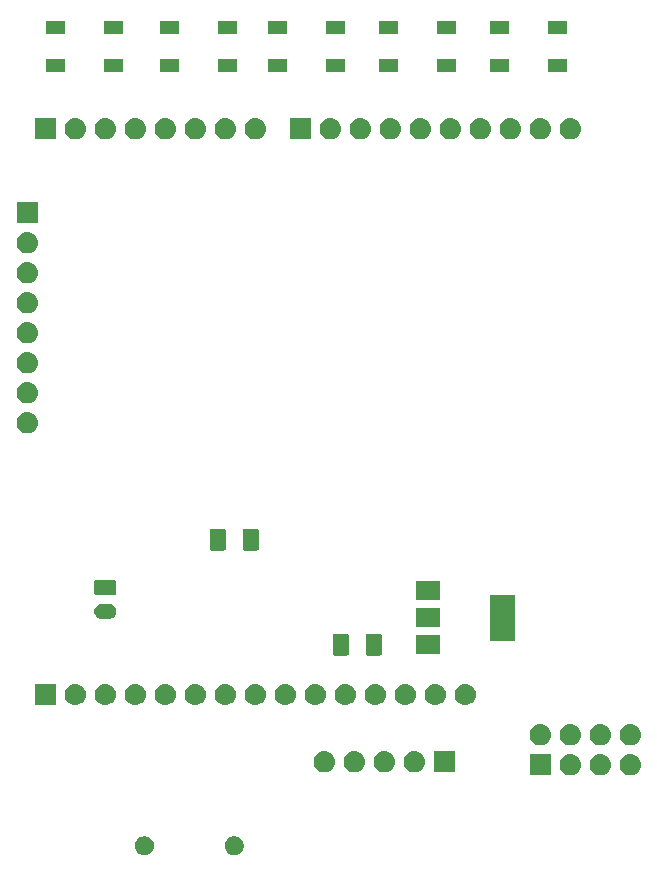
<source format=gbr>
G04 #@! TF.GenerationSoftware,KiCad,Pcbnew,(5.1.2-1)-1*
G04 #@! TF.CreationDate,2019-10-09T15:23:33+01:00*
G04 #@! TF.ProjectId,PixlVBoard,5069786c-5642-46f6-9172-642e6b696361,rev?*
G04 #@! TF.SameCoordinates,Original*
G04 #@! TF.FileFunction,Soldermask,Top*
G04 #@! TF.FilePolarity,Negative*
%FSLAX46Y46*%
G04 Gerber Fmt 4.6, Leading zero omitted, Abs format (unit mm)*
G04 Created by KiCad (PCBNEW (5.1.2-1)-1) date 2019-10-09 15:23:33*
%MOMM*%
%LPD*%
G04 APERTURE LIST*
%ADD10C,0.150000*%
G04 APERTURE END LIST*
D10*
G36*
X183358810Y-126835535D02*
G01*
X183505309Y-126896217D01*
X183505310Y-126896218D01*
X183637158Y-126984316D01*
X183749284Y-127096442D01*
X183749285Y-127096444D01*
X183837383Y-127228291D01*
X183898065Y-127374790D01*
X183929000Y-127530313D01*
X183929000Y-127688887D01*
X183898065Y-127844410D01*
X183837383Y-127990909D01*
X183837382Y-127990910D01*
X183749284Y-128122758D01*
X183637158Y-128234884D01*
X183570785Y-128279233D01*
X183505309Y-128322983D01*
X183358810Y-128383665D01*
X183203287Y-128414600D01*
X183044713Y-128414600D01*
X182889190Y-128383665D01*
X182742691Y-128322983D01*
X182677215Y-128279233D01*
X182610842Y-128234884D01*
X182498716Y-128122758D01*
X182410618Y-127990910D01*
X182410617Y-127990909D01*
X182349935Y-127844410D01*
X182319000Y-127688887D01*
X182319000Y-127530313D01*
X182349935Y-127374790D01*
X182410617Y-127228291D01*
X182498715Y-127096444D01*
X182498716Y-127096442D01*
X182610842Y-126984316D01*
X182742690Y-126896218D01*
X182742691Y-126896217D01*
X182889190Y-126835535D01*
X183044713Y-126804600D01*
X183203287Y-126804600D01*
X183358810Y-126835535D01*
X183358810Y-126835535D01*
G37*
G36*
X175758810Y-126835535D02*
G01*
X175905309Y-126896217D01*
X175905310Y-126896218D01*
X176037158Y-126984316D01*
X176149284Y-127096442D01*
X176149285Y-127096444D01*
X176237383Y-127228291D01*
X176298065Y-127374790D01*
X176329000Y-127530313D01*
X176329000Y-127688887D01*
X176298065Y-127844410D01*
X176237383Y-127990909D01*
X176237382Y-127990910D01*
X176149284Y-128122758D01*
X176037158Y-128234884D01*
X175970785Y-128279233D01*
X175905309Y-128322983D01*
X175758810Y-128383665D01*
X175603287Y-128414600D01*
X175444713Y-128414600D01*
X175289190Y-128383665D01*
X175142691Y-128322983D01*
X175077215Y-128279233D01*
X175010842Y-128234884D01*
X174898716Y-128122758D01*
X174810618Y-127990910D01*
X174810617Y-127990909D01*
X174749935Y-127844410D01*
X174719000Y-127688887D01*
X174719000Y-127530313D01*
X174749935Y-127374790D01*
X174810617Y-127228291D01*
X174898715Y-127096444D01*
X174898716Y-127096442D01*
X175010842Y-126984316D01*
X175142690Y-126896218D01*
X175142691Y-126896217D01*
X175289190Y-126835535D01*
X175444713Y-126804600D01*
X175603287Y-126804600D01*
X175758810Y-126835535D01*
X175758810Y-126835535D01*
G37*
G36*
X211692442Y-119857118D02*
G01*
X211758627Y-119863637D01*
X211928466Y-119915157D01*
X212084991Y-119998822D01*
X212120729Y-120028152D01*
X212222186Y-120111414D01*
X212305448Y-120212871D01*
X212334778Y-120248609D01*
X212418443Y-120405134D01*
X212469963Y-120574973D01*
X212487359Y-120751600D01*
X212469963Y-120928227D01*
X212418443Y-121098066D01*
X212334778Y-121254591D01*
X212305448Y-121290329D01*
X212222186Y-121391786D01*
X212120729Y-121475048D01*
X212084991Y-121504378D01*
X211928466Y-121588043D01*
X211758627Y-121639563D01*
X211692442Y-121646082D01*
X211626260Y-121652600D01*
X211537740Y-121652600D01*
X211471558Y-121646082D01*
X211405373Y-121639563D01*
X211235534Y-121588043D01*
X211079009Y-121504378D01*
X211043271Y-121475048D01*
X210941814Y-121391786D01*
X210858552Y-121290329D01*
X210829222Y-121254591D01*
X210745557Y-121098066D01*
X210694037Y-120928227D01*
X210676641Y-120751600D01*
X210694037Y-120574973D01*
X210745557Y-120405134D01*
X210829222Y-120248609D01*
X210858552Y-120212871D01*
X210941814Y-120111414D01*
X211043271Y-120028152D01*
X211079009Y-119998822D01*
X211235534Y-119915157D01*
X211405373Y-119863637D01*
X211471558Y-119857118D01*
X211537740Y-119850600D01*
X211626260Y-119850600D01*
X211692442Y-119857118D01*
X211692442Y-119857118D01*
G37*
G36*
X209943000Y-121652600D02*
G01*
X208141000Y-121652600D01*
X208141000Y-119850600D01*
X209943000Y-119850600D01*
X209943000Y-121652600D01*
X209943000Y-121652600D01*
G37*
G36*
X216772442Y-119857118D02*
G01*
X216838627Y-119863637D01*
X217008466Y-119915157D01*
X217164991Y-119998822D01*
X217200729Y-120028152D01*
X217302186Y-120111414D01*
X217385448Y-120212871D01*
X217414778Y-120248609D01*
X217498443Y-120405134D01*
X217549963Y-120574973D01*
X217567359Y-120751600D01*
X217549963Y-120928227D01*
X217498443Y-121098066D01*
X217414778Y-121254591D01*
X217385448Y-121290329D01*
X217302186Y-121391786D01*
X217200729Y-121475048D01*
X217164991Y-121504378D01*
X217008466Y-121588043D01*
X216838627Y-121639563D01*
X216772442Y-121646082D01*
X216706260Y-121652600D01*
X216617740Y-121652600D01*
X216551558Y-121646082D01*
X216485373Y-121639563D01*
X216315534Y-121588043D01*
X216159009Y-121504378D01*
X216123271Y-121475048D01*
X216021814Y-121391786D01*
X215938552Y-121290329D01*
X215909222Y-121254591D01*
X215825557Y-121098066D01*
X215774037Y-120928227D01*
X215756641Y-120751600D01*
X215774037Y-120574973D01*
X215825557Y-120405134D01*
X215909222Y-120248609D01*
X215938552Y-120212871D01*
X216021814Y-120111414D01*
X216123271Y-120028152D01*
X216159009Y-119998822D01*
X216315534Y-119915157D01*
X216485373Y-119863637D01*
X216551558Y-119857118D01*
X216617740Y-119850600D01*
X216706260Y-119850600D01*
X216772442Y-119857118D01*
X216772442Y-119857118D01*
G37*
G36*
X214232442Y-119857118D02*
G01*
X214298627Y-119863637D01*
X214468466Y-119915157D01*
X214624991Y-119998822D01*
X214660729Y-120028152D01*
X214762186Y-120111414D01*
X214845448Y-120212871D01*
X214874778Y-120248609D01*
X214958443Y-120405134D01*
X215009963Y-120574973D01*
X215027359Y-120751600D01*
X215009963Y-120928227D01*
X214958443Y-121098066D01*
X214874778Y-121254591D01*
X214845448Y-121290329D01*
X214762186Y-121391786D01*
X214660729Y-121475048D01*
X214624991Y-121504378D01*
X214468466Y-121588043D01*
X214298627Y-121639563D01*
X214232442Y-121646082D01*
X214166260Y-121652600D01*
X214077740Y-121652600D01*
X214011558Y-121646082D01*
X213945373Y-121639563D01*
X213775534Y-121588043D01*
X213619009Y-121504378D01*
X213583271Y-121475048D01*
X213481814Y-121391786D01*
X213398552Y-121290329D01*
X213369222Y-121254591D01*
X213285557Y-121098066D01*
X213234037Y-120928227D01*
X213216641Y-120751600D01*
X213234037Y-120574973D01*
X213285557Y-120405134D01*
X213369222Y-120248609D01*
X213398552Y-120212871D01*
X213481814Y-120111414D01*
X213583271Y-120028152D01*
X213619009Y-119998822D01*
X213775534Y-119915157D01*
X213945373Y-119863637D01*
X214011558Y-119857118D01*
X214077740Y-119850600D01*
X214166260Y-119850600D01*
X214232442Y-119857118D01*
X214232442Y-119857118D01*
G37*
G36*
X201815000Y-121398600D02*
G01*
X200013000Y-121398600D01*
X200013000Y-119596600D01*
X201815000Y-119596600D01*
X201815000Y-121398600D01*
X201815000Y-121398600D01*
G37*
G36*
X190864443Y-119603119D02*
G01*
X190930627Y-119609637D01*
X191100466Y-119661157D01*
X191256991Y-119744822D01*
X191292729Y-119774152D01*
X191394186Y-119857414D01*
X191477448Y-119958871D01*
X191506778Y-119994609D01*
X191590443Y-120151134D01*
X191641963Y-120320973D01*
X191659359Y-120497600D01*
X191641963Y-120674227D01*
X191590443Y-120844066D01*
X191506778Y-121000591D01*
X191477448Y-121036329D01*
X191394186Y-121137786D01*
X191292729Y-121221048D01*
X191256991Y-121250378D01*
X191100466Y-121334043D01*
X190930627Y-121385563D01*
X190867453Y-121391785D01*
X190798260Y-121398600D01*
X190709740Y-121398600D01*
X190640547Y-121391785D01*
X190577373Y-121385563D01*
X190407534Y-121334043D01*
X190251009Y-121250378D01*
X190215271Y-121221048D01*
X190113814Y-121137786D01*
X190030552Y-121036329D01*
X190001222Y-121000591D01*
X189917557Y-120844066D01*
X189866037Y-120674227D01*
X189848641Y-120497600D01*
X189866037Y-120320973D01*
X189917557Y-120151134D01*
X190001222Y-119994609D01*
X190030552Y-119958871D01*
X190113814Y-119857414D01*
X190215271Y-119774152D01*
X190251009Y-119744822D01*
X190407534Y-119661157D01*
X190577373Y-119609637D01*
X190643557Y-119603119D01*
X190709740Y-119596600D01*
X190798260Y-119596600D01*
X190864443Y-119603119D01*
X190864443Y-119603119D01*
G37*
G36*
X193404443Y-119603119D02*
G01*
X193470627Y-119609637D01*
X193640466Y-119661157D01*
X193796991Y-119744822D01*
X193832729Y-119774152D01*
X193934186Y-119857414D01*
X194017448Y-119958871D01*
X194046778Y-119994609D01*
X194130443Y-120151134D01*
X194181963Y-120320973D01*
X194199359Y-120497600D01*
X194181963Y-120674227D01*
X194130443Y-120844066D01*
X194046778Y-121000591D01*
X194017448Y-121036329D01*
X193934186Y-121137786D01*
X193832729Y-121221048D01*
X193796991Y-121250378D01*
X193640466Y-121334043D01*
X193470627Y-121385563D01*
X193407453Y-121391785D01*
X193338260Y-121398600D01*
X193249740Y-121398600D01*
X193180547Y-121391785D01*
X193117373Y-121385563D01*
X192947534Y-121334043D01*
X192791009Y-121250378D01*
X192755271Y-121221048D01*
X192653814Y-121137786D01*
X192570552Y-121036329D01*
X192541222Y-121000591D01*
X192457557Y-120844066D01*
X192406037Y-120674227D01*
X192388641Y-120497600D01*
X192406037Y-120320973D01*
X192457557Y-120151134D01*
X192541222Y-119994609D01*
X192570552Y-119958871D01*
X192653814Y-119857414D01*
X192755271Y-119774152D01*
X192791009Y-119744822D01*
X192947534Y-119661157D01*
X193117373Y-119609637D01*
X193183557Y-119603119D01*
X193249740Y-119596600D01*
X193338260Y-119596600D01*
X193404443Y-119603119D01*
X193404443Y-119603119D01*
G37*
G36*
X195944443Y-119603119D02*
G01*
X196010627Y-119609637D01*
X196180466Y-119661157D01*
X196336991Y-119744822D01*
X196372729Y-119774152D01*
X196474186Y-119857414D01*
X196557448Y-119958871D01*
X196586778Y-119994609D01*
X196670443Y-120151134D01*
X196721963Y-120320973D01*
X196739359Y-120497600D01*
X196721963Y-120674227D01*
X196670443Y-120844066D01*
X196586778Y-121000591D01*
X196557448Y-121036329D01*
X196474186Y-121137786D01*
X196372729Y-121221048D01*
X196336991Y-121250378D01*
X196180466Y-121334043D01*
X196010627Y-121385563D01*
X195947453Y-121391785D01*
X195878260Y-121398600D01*
X195789740Y-121398600D01*
X195720547Y-121391785D01*
X195657373Y-121385563D01*
X195487534Y-121334043D01*
X195331009Y-121250378D01*
X195295271Y-121221048D01*
X195193814Y-121137786D01*
X195110552Y-121036329D01*
X195081222Y-121000591D01*
X194997557Y-120844066D01*
X194946037Y-120674227D01*
X194928641Y-120497600D01*
X194946037Y-120320973D01*
X194997557Y-120151134D01*
X195081222Y-119994609D01*
X195110552Y-119958871D01*
X195193814Y-119857414D01*
X195295271Y-119774152D01*
X195331009Y-119744822D01*
X195487534Y-119661157D01*
X195657373Y-119609637D01*
X195723557Y-119603119D01*
X195789740Y-119596600D01*
X195878260Y-119596600D01*
X195944443Y-119603119D01*
X195944443Y-119603119D01*
G37*
G36*
X198484443Y-119603119D02*
G01*
X198550627Y-119609637D01*
X198720466Y-119661157D01*
X198876991Y-119744822D01*
X198912729Y-119774152D01*
X199014186Y-119857414D01*
X199097448Y-119958871D01*
X199126778Y-119994609D01*
X199210443Y-120151134D01*
X199261963Y-120320973D01*
X199279359Y-120497600D01*
X199261963Y-120674227D01*
X199210443Y-120844066D01*
X199126778Y-121000591D01*
X199097448Y-121036329D01*
X199014186Y-121137786D01*
X198912729Y-121221048D01*
X198876991Y-121250378D01*
X198720466Y-121334043D01*
X198550627Y-121385563D01*
X198487453Y-121391785D01*
X198418260Y-121398600D01*
X198329740Y-121398600D01*
X198260547Y-121391785D01*
X198197373Y-121385563D01*
X198027534Y-121334043D01*
X197871009Y-121250378D01*
X197835271Y-121221048D01*
X197733814Y-121137786D01*
X197650552Y-121036329D01*
X197621222Y-121000591D01*
X197537557Y-120844066D01*
X197486037Y-120674227D01*
X197468641Y-120497600D01*
X197486037Y-120320973D01*
X197537557Y-120151134D01*
X197621222Y-119994609D01*
X197650552Y-119958871D01*
X197733814Y-119857414D01*
X197835271Y-119774152D01*
X197871009Y-119744822D01*
X198027534Y-119661157D01*
X198197373Y-119609637D01*
X198263557Y-119603119D01*
X198329740Y-119596600D01*
X198418260Y-119596600D01*
X198484443Y-119603119D01*
X198484443Y-119603119D01*
G37*
G36*
X214232443Y-117317119D02*
G01*
X214298627Y-117323637D01*
X214468466Y-117375157D01*
X214624991Y-117458822D01*
X214660729Y-117488152D01*
X214762186Y-117571414D01*
X214845448Y-117672871D01*
X214874778Y-117708609D01*
X214958443Y-117865134D01*
X215009963Y-118034973D01*
X215027359Y-118211600D01*
X215009963Y-118388227D01*
X214958443Y-118558066D01*
X214874778Y-118714591D01*
X214845448Y-118750329D01*
X214762186Y-118851786D01*
X214660729Y-118935048D01*
X214624991Y-118964378D01*
X214468466Y-119048043D01*
X214298627Y-119099563D01*
X214232442Y-119106082D01*
X214166260Y-119112600D01*
X214077740Y-119112600D01*
X214011558Y-119106082D01*
X213945373Y-119099563D01*
X213775534Y-119048043D01*
X213619009Y-118964378D01*
X213583271Y-118935048D01*
X213481814Y-118851786D01*
X213398552Y-118750329D01*
X213369222Y-118714591D01*
X213285557Y-118558066D01*
X213234037Y-118388227D01*
X213216641Y-118211600D01*
X213234037Y-118034973D01*
X213285557Y-117865134D01*
X213369222Y-117708609D01*
X213398552Y-117672871D01*
X213481814Y-117571414D01*
X213583271Y-117488152D01*
X213619009Y-117458822D01*
X213775534Y-117375157D01*
X213945373Y-117323637D01*
X214011557Y-117317119D01*
X214077740Y-117310600D01*
X214166260Y-117310600D01*
X214232443Y-117317119D01*
X214232443Y-117317119D01*
G37*
G36*
X211692443Y-117317119D02*
G01*
X211758627Y-117323637D01*
X211928466Y-117375157D01*
X212084991Y-117458822D01*
X212120729Y-117488152D01*
X212222186Y-117571414D01*
X212305448Y-117672871D01*
X212334778Y-117708609D01*
X212418443Y-117865134D01*
X212469963Y-118034973D01*
X212487359Y-118211600D01*
X212469963Y-118388227D01*
X212418443Y-118558066D01*
X212334778Y-118714591D01*
X212305448Y-118750329D01*
X212222186Y-118851786D01*
X212120729Y-118935048D01*
X212084991Y-118964378D01*
X211928466Y-119048043D01*
X211758627Y-119099563D01*
X211692442Y-119106082D01*
X211626260Y-119112600D01*
X211537740Y-119112600D01*
X211471558Y-119106082D01*
X211405373Y-119099563D01*
X211235534Y-119048043D01*
X211079009Y-118964378D01*
X211043271Y-118935048D01*
X210941814Y-118851786D01*
X210858552Y-118750329D01*
X210829222Y-118714591D01*
X210745557Y-118558066D01*
X210694037Y-118388227D01*
X210676641Y-118211600D01*
X210694037Y-118034973D01*
X210745557Y-117865134D01*
X210829222Y-117708609D01*
X210858552Y-117672871D01*
X210941814Y-117571414D01*
X211043271Y-117488152D01*
X211079009Y-117458822D01*
X211235534Y-117375157D01*
X211405373Y-117323637D01*
X211471557Y-117317119D01*
X211537740Y-117310600D01*
X211626260Y-117310600D01*
X211692443Y-117317119D01*
X211692443Y-117317119D01*
G37*
G36*
X209152443Y-117317119D02*
G01*
X209218627Y-117323637D01*
X209388466Y-117375157D01*
X209544991Y-117458822D01*
X209580729Y-117488152D01*
X209682186Y-117571414D01*
X209765448Y-117672871D01*
X209794778Y-117708609D01*
X209878443Y-117865134D01*
X209929963Y-118034973D01*
X209947359Y-118211600D01*
X209929963Y-118388227D01*
X209878443Y-118558066D01*
X209794778Y-118714591D01*
X209765448Y-118750329D01*
X209682186Y-118851786D01*
X209580729Y-118935048D01*
X209544991Y-118964378D01*
X209388466Y-119048043D01*
X209218627Y-119099563D01*
X209152442Y-119106082D01*
X209086260Y-119112600D01*
X208997740Y-119112600D01*
X208931558Y-119106082D01*
X208865373Y-119099563D01*
X208695534Y-119048043D01*
X208539009Y-118964378D01*
X208503271Y-118935048D01*
X208401814Y-118851786D01*
X208318552Y-118750329D01*
X208289222Y-118714591D01*
X208205557Y-118558066D01*
X208154037Y-118388227D01*
X208136641Y-118211600D01*
X208154037Y-118034973D01*
X208205557Y-117865134D01*
X208289222Y-117708609D01*
X208318552Y-117672871D01*
X208401814Y-117571414D01*
X208503271Y-117488152D01*
X208539009Y-117458822D01*
X208695534Y-117375157D01*
X208865373Y-117323637D01*
X208931557Y-117317119D01*
X208997740Y-117310600D01*
X209086260Y-117310600D01*
X209152443Y-117317119D01*
X209152443Y-117317119D01*
G37*
G36*
X216772443Y-117317119D02*
G01*
X216838627Y-117323637D01*
X217008466Y-117375157D01*
X217164991Y-117458822D01*
X217200729Y-117488152D01*
X217302186Y-117571414D01*
X217385448Y-117672871D01*
X217414778Y-117708609D01*
X217498443Y-117865134D01*
X217549963Y-118034973D01*
X217567359Y-118211600D01*
X217549963Y-118388227D01*
X217498443Y-118558066D01*
X217414778Y-118714591D01*
X217385448Y-118750329D01*
X217302186Y-118851786D01*
X217200729Y-118935048D01*
X217164991Y-118964378D01*
X217008466Y-119048043D01*
X216838627Y-119099563D01*
X216772442Y-119106082D01*
X216706260Y-119112600D01*
X216617740Y-119112600D01*
X216551558Y-119106082D01*
X216485373Y-119099563D01*
X216315534Y-119048043D01*
X216159009Y-118964378D01*
X216123271Y-118935048D01*
X216021814Y-118851786D01*
X215938552Y-118750329D01*
X215909222Y-118714591D01*
X215825557Y-118558066D01*
X215774037Y-118388227D01*
X215756641Y-118211600D01*
X215774037Y-118034973D01*
X215825557Y-117865134D01*
X215909222Y-117708609D01*
X215938552Y-117672871D01*
X216021814Y-117571414D01*
X216123271Y-117488152D01*
X216159009Y-117458822D01*
X216315534Y-117375157D01*
X216485373Y-117323637D01*
X216551557Y-117317119D01*
X216617740Y-117310600D01*
X216706260Y-117310600D01*
X216772443Y-117317119D01*
X216772443Y-117317119D01*
G37*
G36*
X177402442Y-113913518D02*
G01*
X177468627Y-113920037D01*
X177638466Y-113971557D01*
X177794991Y-114055222D01*
X177830729Y-114084552D01*
X177932186Y-114167814D01*
X178015448Y-114269271D01*
X178044778Y-114305009D01*
X178128443Y-114461534D01*
X178179963Y-114631373D01*
X178197359Y-114808000D01*
X178179963Y-114984627D01*
X178128443Y-115154466D01*
X178044778Y-115310991D01*
X178015448Y-115346729D01*
X177932186Y-115448186D01*
X177830729Y-115531448D01*
X177794991Y-115560778D01*
X177638466Y-115644443D01*
X177468627Y-115695963D01*
X177402442Y-115702482D01*
X177336260Y-115709000D01*
X177247740Y-115709000D01*
X177181558Y-115702482D01*
X177115373Y-115695963D01*
X176945534Y-115644443D01*
X176789009Y-115560778D01*
X176753271Y-115531448D01*
X176651814Y-115448186D01*
X176568552Y-115346729D01*
X176539222Y-115310991D01*
X176455557Y-115154466D01*
X176404037Y-114984627D01*
X176386641Y-114808000D01*
X176404037Y-114631373D01*
X176455557Y-114461534D01*
X176539222Y-114305009D01*
X176568552Y-114269271D01*
X176651814Y-114167814D01*
X176753271Y-114084552D01*
X176789009Y-114055222D01*
X176945534Y-113971557D01*
X177115373Y-113920037D01*
X177181558Y-113913518D01*
X177247740Y-113907000D01*
X177336260Y-113907000D01*
X177402442Y-113913518D01*
X177402442Y-113913518D01*
G37*
G36*
X200262442Y-113913518D02*
G01*
X200328627Y-113920037D01*
X200498466Y-113971557D01*
X200654991Y-114055222D01*
X200690729Y-114084552D01*
X200792186Y-114167814D01*
X200875448Y-114269271D01*
X200904778Y-114305009D01*
X200988443Y-114461534D01*
X201039963Y-114631373D01*
X201057359Y-114808000D01*
X201039963Y-114984627D01*
X200988443Y-115154466D01*
X200904778Y-115310991D01*
X200875448Y-115346729D01*
X200792186Y-115448186D01*
X200690729Y-115531448D01*
X200654991Y-115560778D01*
X200498466Y-115644443D01*
X200328627Y-115695963D01*
X200262442Y-115702482D01*
X200196260Y-115709000D01*
X200107740Y-115709000D01*
X200041558Y-115702482D01*
X199975373Y-115695963D01*
X199805534Y-115644443D01*
X199649009Y-115560778D01*
X199613271Y-115531448D01*
X199511814Y-115448186D01*
X199428552Y-115346729D01*
X199399222Y-115310991D01*
X199315557Y-115154466D01*
X199264037Y-114984627D01*
X199246641Y-114808000D01*
X199264037Y-114631373D01*
X199315557Y-114461534D01*
X199399222Y-114305009D01*
X199428552Y-114269271D01*
X199511814Y-114167814D01*
X199613271Y-114084552D01*
X199649009Y-114055222D01*
X199805534Y-113971557D01*
X199975373Y-113920037D01*
X200041558Y-113913518D01*
X200107740Y-113907000D01*
X200196260Y-113907000D01*
X200262442Y-113913518D01*
X200262442Y-113913518D01*
G37*
G36*
X202802442Y-113913518D02*
G01*
X202868627Y-113920037D01*
X203038466Y-113971557D01*
X203194991Y-114055222D01*
X203230729Y-114084552D01*
X203332186Y-114167814D01*
X203415448Y-114269271D01*
X203444778Y-114305009D01*
X203528443Y-114461534D01*
X203579963Y-114631373D01*
X203597359Y-114808000D01*
X203579963Y-114984627D01*
X203528443Y-115154466D01*
X203444778Y-115310991D01*
X203415448Y-115346729D01*
X203332186Y-115448186D01*
X203230729Y-115531448D01*
X203194991Y-115560778D01*
X203038466Y-115644443D01*
X202868627Y-115695963D01*
X202802442Y-115702482D01*
X202736260Y-115709000D01*
X202647740Y-115709000D01*
X202581558Y-115702482D01*
X202515373Y-115695963D01*
X202345534Y-115644443D01*
X202189009Y-115560778D01*
X202153271Y-115531448D01*
X202051814Y-115448186D01*
X201968552Y-115346729D01*
X201939222Y-115310991D01*
X201855557Y-115154466D01*
X201804037Y-114984627D01*
X201786641Y-114808000D01*
X201804037Y-114631373D01*
X201855557Y-114461534D01*
X201939222Y-114305009D01*
X201968552Y-114269271D01*
X202051814Y-114167814D01*
X202153271Y-114084552D01*
X202189009Y-114055222D01*
X202345534Y-113971557D01*
X202515373Y-113920037D01*
X202581558Y-113913518D01*
X202647740Y-113907000D01*
X202736260Y-113907000D01*
X202802442Y-113913518D01*
X202802442Y-113913518D01*
G37*
G36*
X197722442Y-113913518D02*
G01*
X197788627Y-113920037D01*
X197958466Y-113971557D01*
X198114991Y-114055222D01*
X198150729Y-114084552D01*
X198252186Y-114167814D01*
X198335448Y-114269271D01*
X198364778Y-114305009D01*
X198448443Y-114461534D01*
X198499963Y-114631373D01*
X198517359Y-114808000D01*
X198499963Y-114984627D01*
X198448443Y-115154466D01*
X198364778Y-115310991D01*
X198335448Y-115346729D01*
X198252186Y-115448186D01*
X198150729Y-115531448D01*
X198114991Y-115560778D01*
X197958466Y-115644443D01*
X197788627Y-115695963D01*
X197722442Y-115702482D01*
X197656260Y-115709000D01*
X197567740Y-115709000D01*
X197501558Y-115702482D01*
X197435373Y-115695963D01*
X197265534Y-115644443D01*
X197109009Y-115560778D01*
X197073271Y-115531448D01*
X196971814Y-115448186D01*
X196888552Y-115346729D01*
X196859222Y-115310991D01*
X196775557Y-115154466D01*
X196724037Y-114984627D01*
X196706641Y-114808000D01*
X196724037Y-114631373D01*
X196775557Y-114461534D01*
X196859222Y-114305009D01*
X196888552Y-114269271D01*
X196971814Y-114167814D01*
X197073271Y-114084552D01*
X197109009Y-114055222D01*
X197265534Y-113971557D01*
X197435373Y-113920037D01*
X197501558Y-113913518D01*
X197567740Y-113907000D01*
X197656260Y-113907000D01*
X197722442Y-113913518D01*
X197722442Y-113913518D01*
G37*
G36*
X195182442Y-113913518D02*
G01*
X195248627Y-113920037D01*
X195418466Y-113971557D01*
X195574991Y-114055222D01*
X195610729Y-114084552D01*
X195712186Y-114167814D01*
X195795448Y-114269271D01*
X195824778Y-114305009D01*
X195908443Y-114461534D01*
X195959963Y-114631373D01*
X195977359Y-114808000D01*
X195959963Y-114984627D01*
X195908443Y-115154466D01*
X195824778Y-115310991D01*
X195795448Y-115346729D01*
X195712186Y-115448186D01*
X195610729Y-115531448D01*
X195574991Y-115560778D01*
X195418466Y-115644443D01*
X195248627Y-115695963D01*
X195182442Y-115702482D01*
X195116260Y-115709000D01*
X195027740Y-115709000D01*
X194961558Y-115702482D01*
X194895373Y-115695963D01*
X194725534Y-115644443D01*
X194569009Y-115560778D01*
X194533271Y-115531448D01*
X194431814Y-115448186D01*
X194348552Y-115346729D01*
X194319222Y-115310991D01*
X194235557Y-115154466D01*
X194184037Y-114984627D01*
X194166641Y-114808000D01*
X194184037Y-114631373D01*
X194235557Y-114461534D01*
X194319222Y-114305009D01*
X194348552Y-114269271D01*
X194431814Y-114167814D01*
X194533271Y-114084552D01*
X194569009Y-114055222D01*
X194725534Y-113971557D01*
X194895373Y-113920037D01*
X194961558Y-113913518D01*
X195027740Y-113907000D01*
X195116260Y-113907000D01*
X195182442Y-113913518D01*
X195182442Y-113913518D01*
G37*
G36*
X192642442Y-113913518D02*
G01*
X192708627Y-113920037D01*
X192878466Y-113971557D01*
X193034991Y-114055222D01*
X193070729Y-114084552D01*
X193172186Y-114167814D01*
X193255448Y-114269271D01*
X193284778Y-114305009D01*
X193368443Y-114461534D01*
X193419963Y-114631373D01*
X193437359Y-114808000D01*
X193419963Y-114984627D01*
X193368443Y-115154466D01*
X193284778Y-115310991D01*
X193255448Y-115346729D01*
X193172186Y-115448186D01*
X193070729Y-115531448D01*
X193034991Y-115560778D01*
X192878466Y-115644443D01*
X192708627Y-115695963D01*
X192642442Y-115702482D01*
X192576260Y-115709000D01*
X192487740Y-115709000D01*
X192421558Y-115702482D01*
X192355373Y-115695963D01*
X192185534Y-115644443D01*
X192029009Y-115560778D01*
X191993271Y-115531448D01*
X191891814Y-115448186D01*
X191808552Y-115346729D01*
X191779222Y-115310991D01*
X191695557Y-115154466D01*
X191644037Y-114984627D01*
X191626641Y-114808000D01*
X191644037Y-114631373D01*
X191695557Y-114461534D01*
X191779222Y-114305009D01*
X191808552Y-114269271D01*
X191891814Y-114167814D01*
X191993271Y-114084552D01*
X192029009Y-114055222D01*
X192185534Y-113971557D01*
X192355373Y-113920037D01*
X192421558Y-113913518D01*
X192487740Y-113907000D01*
X192576260Y-113907000D01*
X192642442Y-113913518D01*
X192642442Y-113913518D01*
G37*
G36*
X190102442Y-113913518D02*
G01*
X190168627Y-113920037D01*
X190338466Y-113971557D01*
X190494991Y-114055222D01*
X190530729Y-114084552D01*
X190632186Y-114167814D01*
X190715448Y-114269271D01*
X190744778Y-114305009D01*
X190828443Y-114461534D01*
X190879963Y-114631373D01*
X190897359Y-114808000D01*
X190879963Y-114984627D01*
X190828443Y-115154466D01*
X190744778Y-115310991D01*
X190715448Y-115346729D01*
X190632186Y-115448186D01*
X190530729Y-115531448D01*
X190494991Y-115560778D01*
X190338466Y-115644443D01*
X190168627Y-115695963D01*
X190102442Y-115702482D01*
X190036260Y-115709000D01*
X189947740Y-115709000D01*
X189881558Y-115702482D01*
X189815373Y-115695963D01*
X189645534Y-115644443D01*
X189489009Y-115560778D01*
X189453271Y-115531448D01*
X189351814Y-115448186D01*
X189268552Y-115346729D01*
X189239222Y-115310991D01*
X189155557Y-115154466D01*
X189104037Y-114984627D01*
X189086641Y-114808000D01*
X189104037Y-114631373D01*
X189155557Y-114461534D01*
X189239222Y-114305009D01*
X189268552Y-114269271D01*
X189351814Y-114167814D01*
X189453271Y-114084552D01*
X189489009Y-114055222D01*
X189645534Y-113971557D01*
X189815373Y-113920037D01*
X189881558Y-113913518D01*
X189947740Y-113907000D01*
X190036260Y-113907000D01*
X190102442Y-113913518D01*
X190102442Y-113913518D01*
G37*
G36*
X187562442Y-113913518D02*
G01*
X187628627Y-113920037D01*
X187798466Y-113971557D01*
X187954991Y-114055222D01*
X187990729Y-114084552D01*
X188092186Y-114167814D01*
X188175448Y-114269271D01*
X188204778Y-114305009D01*
X188288443Y-114461534D01*
X188339963Y-114631373D01*
X188357359Y-114808000D01*
X188339963Y-114984627D01*
X188288443Y-115154466D01*
X188204778Y-115310991D01*
X188175448Y-115346729D01*
X188092186Y-115448186D01*
X187990729Y-115531448D01*
X187954991Y-115560778D01*
X187798466Y-115644443D01*
X187628627Y-115695963D01*
X187562442Y-115702482D01*
X187496260Y-115709000D01*
X187407740Y-115709000D01*
X187341558Y-115702482D01*
X187275373Y-115695963D01*
X187105534Y-115644443D01*
X186949009Y-115560778D01*
X186913271Y-115531448D01*
X186811814Y-115448186D01*
X186728552Y-115346729D01*
X186699222Y-115310991D01*
X186615557Y-115154466D01*
X186564037Y-114984627D01*
X186546641Y-114808000D01*
X186564037Y-114631373D01*
X186615557Y-114461534D01*
X186699222Y-114305009D01*
X186728552Y-114269271D01*
X186811814Y-114167814D01*
X186913271Y-114084552D01*
X186949009Y-114055222D01*
X187105534Y-113971557D01*
X187275373Y-113920037D01*
X187341558Y-113913518D01*
X187407740Y-113907000D01*
X187496260Y-113907000D01*
X187562442Y-113913518D01*
X187562442Y-113913518D01*
G37*
G36*
X185022442Y-113913518D02*
G01*
X185088627Y-113920037D01*
X185258466Y-113971557D01*
X185414991Y-114055222D01*
X185450729Y-114084552D01*
X185552186Y-114167814D01*
X185635448Y-114269271D01*
X185664778Y-114305009D01*
X185748443Y-114461534D01*
X185799963Y-114631373D01*
X185817359Y-114808000D01*
X185799963Y-114984627D01*
X185748443Y-115154466D01*
X185664778Y-115310991D01*
X185635448Y-115346729D01*
X185552186Y-115448186D01*
X185450729Y-115531448D01*
X185414991Y-115560778D01*
X185258466Y-115644443D01*
X185088627Y-115695963D01*
X185022442Y-115702482D01*
X184956260Y-115709000D01*
X184867740Y-115709000D01*
X184801558Y-115702482D01*
X184735373Y-115695963D01*
X184565534Y-115644443D01*
X184409009Y-115560778D01*
X184373271Y-115531448D01*
X184271814Y-115448186D01*
X184188552Y-115346729D01*
X184159222Y-115310991D01*
X184075557Y-115154466D01*
X184024037Y-114984627D01*
X184006641Y-114808000D01*
X184024037Y-114631373D01*
X184075557Y-114461534D01*
X184159222Y-114305009D01*
X184188552Y-114269271D01*
X184271814Y-114167814D01*
X184373271Y-114084552D01*
X184409009Y-114055222D01*
X184565534Y-113971557D01*
X184735373Y-113920037D01*
X184801558Y-113913518D01*
X184867740Y-113907000D01*
X184956260Y-113907000D01*
X185022442Y-113913518D01*
X185022442Y-113913518D01*
G37*
G36*
X182482442Y-113913518D02*
G01*
X182548627Y-113920037D01*
X182718466Y-113971557D01*
X182874991Y-114055222D01*
X182910729Y-114084552D01*
X183012186Y-114167814D01*
X183095448Y-114269271D01*
X183124778Y-114305009D01*
X183208443Y-114461534D01*
X183259963Y-114631373D01*
X183277359Y-114808000D01*
X183259963Y-114984627D01*
X183208443Y-115154466D01*
X183124778Y-115310991D01*
X183095448Y-115346729D01*
X183012186Y-115448186D01*
X182910729Y-115531448D01*
X182874991Y-115560778D01*
X182718466Y-115644443D01*
X182548627Y-115695963D01*
X182482442Y-115702482D01*
X182416260Y-115709000D01*
X182327740Y-115709000D01*
X182261558Y-115702482D01*
X182195373Y-115695963D01*
X182025534Y-115644443D01*
X181869009Y-115560778D01*
X181833271Y-115531448D01*
X181731814Y-115448186D01*
X181648552Y-115346729D01*
X181619222Y-115310991D01*
X181535557Y-115154466D01*
X181484037Y-114984627D01*
X181466641Y-114808000D01*
X181484037Y-114631373D01*
X181535557Y-114461534D01*
X181619222Y-114305009D01*
X181648552Y-114269271D01*
X181731814Y-114167814D01*
X181833271Y-114084552D01*
X181869009Y-114055222D01*
X182025534Y-113971557D01*
X182195373Y-113920037D01*
X182261558Y-113913518D01*
X182327740Y-113907000D01*
X182416260Y-113907000D01*
X182482442Y-113913518D01*
X182482442Y-113913518D01*
G37*
G36*
X179942442Y-113913518D02*
G01*
X180008627Y-113920037D01*
X180178466Y-113971557D01*
X180334991Y-114055222D01*
X180370729Y-114084552D01*
X180472186Y-114167814D01*
X180555448Y-114269271D01*
X180584778Y-114305009D01*
X180668443Y-114461534D01*
X180719963Y-114631373D01*
X180737359Y-114808000D01*
X180719963Y-114984627D01*
X180668443Y-115154466D01*
X180584778Y-115310991D01*
X180555448Y-115346729D01*
X180472186Y-115448186D01*
X180370729Y-115531448D01*
X180334991Y-115560778D01*
X180178466Y-115644443D01*
X180008627Y-115695963D01*
X179942442Y-115702482D01*
X179876260Y-115709000D01*
X179787740Y-115709000D01*
X179721558Y-115702482D01*
X179655373Y-115695963D01*
X179485534Y-115644443D01*
X179329009Y-115560778D01*
X179293271Y-115531448D01*
X179191814Y-115448186D01*
X179108552Y-115346729D01*
X179079222Y-115310991D01*
X178995557Y-115154466D01*
X178944037Y-114984627D01*
X178926641Y-114808000D01*
X178944037Y-114631373D01*
X178995557Y-114461534D01*
X179079222Y-114305009D01*
X179108552Y-114269271D01*
X179191814Y-114167814D01*
X179293271Y-114084552D01*
X179329009Y-114055222D01*
X179485534Y-113971557D01*
X179655373Y-113920037D01*
X179721558Y-113913518D01*
X179787740Y-113907000D01*
X179876260Y-113907000D01*
X179942442Y-113913518D01*
X179942442Y-113913518D01*
G37*
G36*
X168033000Y-115709000D02*
G01*
X166231000Y-115709000D01*
X166231000Y-113907000D01*
X168033000Y-113907000D01*
X168033000Y-115709000D01*
X168033000Y-115709000D01*
G37*
G36*
X169782442Y-113913518D02*
G01*
X169848627Y-113920037D01*
X170018466Y-113971557D01*
X170174991Y-114055222D01*
X170210729Y-114084552D01*
X170312186Y-114167814D01*
X170395448Y-114269271D01*
X170424778Y-114305009D01*
X170508443Y-114461534D01*
X170559963Y-114631373D01*
X170577359Y-114808000D01*
X170559963Y-114984627D01*
X170508443Y-115154466D01*
X170424778Y-115310991D01*
X170395448Y-115346729D01*
X170312186Y-115448186D01*
X170210729Y-115531448D01*
X170174991Y-115560778D01*
X170018466Y-115644443D01*
X169848627Y-115695963D01*
X169782442Y-115702482D01*
X169716260Y-115709000D01*
X169627740Y-115709000D01*
X169561558Y-115702482D01*
X169495373Y-115695963D01*
X169325534Y-115644443D01*
X169169009Y-115560778D01*
X169133271Y-115531448D01*
X169031814Y-115448186D01*
X168948552Y-115346729D01*
X168919222Y-115310991D01*
X168835557Y-115154466D01*
X168784037Y-114984627D01*
X168766641Y-114808000D01*
X168784037Y-114631373D01*
X168835557Y-114461534D01*
X168919222Y-114305009D01*
X168948552Y-114269271D01*
X169031814Y-114167814D01*
X169133271Y-114084552D01*
X169169009Y-114055222D01*
X169325534Y-113971557D01*
X169495373Y-113920037D01*
X169561558Y-113913518D01*
X169627740Y-113907000D01*
X169716260Y-113907000D01*
X169782442Y-113913518D01*
X169782442Y-113913518D01*
G37*
G36*
X172322442Y-113913518D02*
G01*
X172388627Y-113920037D01*
X172558466Y-113971557D01*
X172714991Y-114055222D01*
X172750729Y-114084552D01*
X172852186Y-114167814D01*
X172935448Y-114269271D01*
X172964778Y-114305009D01*
X173048443Y-114461534D01*
X173099963Y-114631373D01*
X173117359Y-114808000D01*
X173099963Y-114984627D01*
X173048443Y-115154466D01*
X172964778Y-115310991D01*
X172935448Y-115346729D01*
X172852186Y-115448186D01*
X172750729Y-115531448D01*
X172714991Y-115560778D01*
X172558466Y-115644443D01*
X172388627Y-115695963D01*
X172322442Y-115702482D01*
X172256260Y-115709000D01*
X172167740Y-115709000D01*
X172101558Y-115702482D01*
X172035373Y-115695963D01*
X171865534Y-115644443D01*
X171709009Y-115560778D01*
X171673271Y-115531448D01*
X171571814Y-115448186D01*
X171488552Y-115346729D01*
X171459222Y-115310991D01*
X171375557Y-115154466D01*
X171324037Y-114984627D01*
X171306641Y-114808000D01*
X171324037Y-114631373D01*
X171375557Y-114461534D01*
X171459222Y-114305009D01*
X171488552Y-114269271D01*
X171571814Y-114167814D01*
X171673271Y-114084552D01*
X171709009Y-114055222D01*
X171865534Y-113971557D01*
X172035373Y-113920037D01*
X172101558Y-113913518D01*
X172167740Y-113907000D01*
X172256260Y-113907000D01*
X172322442Y-113913518D01*
X172322442Y-113913518D01*
G37*
G36*
X174862442Y-113913518D02*
G01*
X174928627Y-113920037D01*
X175098466Y-113971557D01*
X175254991Y-114055222D01*
X175290729Y-114084552D01*
X175392186Y-114167814D01*
X175475448Y-114269271D01*
X175504778Y-114305009D01*
X175588443Y-114461534D01*
X175639963Y-114631373D01*
X175657359Y-114808000D01*
X175639963Y-114984627D01*
X175588443Y-115154466D01*
X175504778Y-115310991D01*
X175475448Y-115346729D01*
X175392186Y-115448186D01*
X175290729Y-115531448D01*
X175254991Y-115560778D01*
X175098466Y-115644443D01*
X174928627Y-115695963D01*
X174862442Y-115702482D01*
X174796260Y-115709000D01*
X174707740Y-115709000D01*
X174641558Y-115702482D01*
X174575373Y-115695963D01*
X174405534Y-115644443D01*
X174249009Y-115560778D01*
X174213271Y-115531448D01*
X174111814Y-115448186D01*
X174028552Y-115346729D01*
X173999222Y-115310991D01*
X173915557Y-115154466D01*
X173864037Y-114984627D01*
X173846641Y-114808000D01*
X173864037Y-114631373D01*
X173915557Y-114461534D01*
X173999222Y-114305009D01*
X174028552Y-114269271D01*
X174111814Y-114167814D01*
X174213271Y-114084552D01*
X174249009Y-114055222D01*
X174405534Y-113971557D01*
X174575373Y-113920037D01*
X174641558Y-113913518D01*
X174707740Y-113907000D01*
X174796260Y-113907000D01*
X174862442Y-113913518D01*
X174862442Y-113913518D01*
G37*
G36*
X195466604Y-109669947D02*
G01*
X195503144Y-109681032D01*
X195536821Y-109699033D01*
X195566341Y-109723259D01*
X195590567Y-109752779D01*
X195608568Y-109786456D01*
X195619653Y-109822996D01*
X195624000Y-109867138D01*
X195624000Y-111316062D01*
X195619653Y-111360204D01*
X195608568Y-111396744D01*
X195590567Y-111430421D01*
X195566341Y-111459941D01*
X195536821Y-111484167D01*
X195503144Y-111502168D01*
X195466604Y-111513253D01*
X195422462Y-111517600D01*
X194473538Y-111517600D01*
X194429396Y-111513253D01*
X194392856Y-111502168D01*
X194359179Y-111484167D01*
X194329659Y-111459941D01*
X194305433Y-111430421D01*
X194287432Y-111396744D01*
X194276347Y-111360204D01*
X194272000Y-111316062D01*
X194272000Y-109867138D01*
X194276347Y-109822996D01*
X194287432Y-109786456D01*
X194305433Y-109752779D01*
X194329659Y-109723259D01*
X194359179Y-109699033D01*
X194392856Y-109681032D01*
X194429396Y-109669947D01*
X194473538Y-109665600D01*
X195422462Y-109665600D01*
X195466604Y-109669947D01*
X195466604Y-109669947D01*
G37*
G36*
X192666604Y-109669947D02*
G01*
X192703144Y-109681032D01*
X192736821Y-109699033D01*
X192766341Y-109723259D01*
X192790567Y-109752779D01*
X192808568Y-109786456D01*
X192819653Y-109822996D01*
X192824000Y-109867138D01*
X192824000Y-111316062D01*
X192819653Y-111360204D01*
X192808568Y-111396744D01*
X192790567Y-111430421D01*
X192766341Y-111459941D01*
X192736821Y-111484167D01*
X192703144Y-111502168D01*
X192666604Y-111513253D01*
X192622462Y-111517600D01*
X191673538Y-111517600D01*
X191629396Y-111513253D01*
X191592856Y-111502168D01*
X191559179Y-111484167D01*
X191529659Y-111459941D01*
X191505433Y-111430421D01*
X191487432Y-111396744D01*
X191476347Y-111360204D01*
X191472000Y-111316062D01*
X191472000Y-109867138D01*
X191476347Y-109822996D01*
X191487432Y-109786456D01*
X191505433Y-109752779D01*
X191529659Y-109723259D01*
X191559179Y-109699033D01*
X191592856Y-109681032D01*
X191629396Y-109669947D01*
X191673538Y-109665600D01*
X192622462Y-109665600D01*
X192666604Y-109669947D01*
X192666604Y-109669947D01*
G37*
G36*
X200593000Y-111406600D02*
G01*
X198491000Y-111406600D01*
X198491000Y-109804600D01*
X200593000Y-109804600D01*
X200593000Y-111406600D01*
X200593000Y-111406600D01*
G37*
G36*
X206893000Y-110256600D02*
G01*
X204791000Y-110256600D01*
X204791000Y-106354600D01*
X206893000Y-106354600D01*
X206893000Y-110256600D01*
X206893000Y-110256600D01*
G37*
G36*
X200593000Y-109106600D02*
G01*
X198491000Y-109106600D01*
X198491000Y-107504600D01*
X200593000Y-107504600D01*
X200593000Y-109106600D01*
X200593000Y-109106600D01*
G37*
G36*
X172550855Y-107117740D02*
G01*
X172614618Y-107124020D01*
X172705404Y-107151560D01*
X172737336Y-107161246D01*
X172850425Y-107221694D01*
X172949554Y-107303046D01*
X173030906Y-107402175D01*
X173091354Y-107515264D01*
X173091355Y-107515268D01*
X173128580Y-107637982D01*
X173141149Y-107765600D01*
X173128580Y-107893218D01*
X173101040Y-107984004D01*
X173091354Y-108015936D01*
X173030906Y-108129025D01*
X172949554Y-108228154D01*
X172850425Y-108309506D01*
X172737336Y-108369954D01*
X172705404Y-108379640D01*
X172614618Y-108407180D01*
X172550855Y-108413460D01*
X172518974Y-108416600D01*
X171905026Y-108416600D01*
X171873145Y-108413460D01*
X171809382Y-108407180D01*
X171718596Y-108379640D01*
X171686664Y-108369954D01*
X171573575Y-108309506D01*
X171474446Y-108228154D01*
X171393094Y-108129025D01*
X171332646Y-108015936D01*
X171322960Y-107984004D01*
X171295420Y-107893218D01*
X171282851Y-107765600D01*
X171295420Y-107637982D01*
X171332645Y-107515268D01*
X171332646Y-107515264D01*
X171393094Y-107402175D01*
X171474446Y-107303046D01*
X171573575Y-107221694D01*
X171686664Y-107161246D01*
X171718596Y-107151560D01*
X171809382Y-107124020D01*
X171873145Y-107117740D01*
X171905026Y-107114600D01*
X172518974Y-107114600D01*
X172550855Y-107117740D01*
X172550855Y-107117740D01*
G37*
G36*
X200593000Y-106806600D02*
G01*
X198491000Y-106806600D01*
X198491000Y-105204600D01*
X200593000Y-105204600D01*
X200593000Y-106806600D01*
X200593000Y-106806600D01*
G37*
G36*
X172978242Y-105119004D02*
G01*
X173015337Y-105130257D01*
X173049515Y-105148525D01*
X173079481Y-105173119D01*
X173104075Y-105203085D01*
X173122343Y-105237263D01*
X173133596Y-105274358D01*
X173138000Y-105319074D01*
X173138000Y-106212126D01*
X173133596Y-106256842D01*
X173122343Y-106293937D01*
X173104075Y-106328115D01*
X173079481Y-106358081D01*
X173049515Y-106382675D01*
X173015337Y-106400943D01*
X172978242Y-106412196D01*
X172933526Y-106416600D01*
X171490474Y-106416600D01*
X171445758Y-106412196D01*
X171408663Y-106400943D01*
X171374485Y-106382675D01*
X171344519Y-106358081D01*
X171319925Y-106328115D01*
X171301657Y-106293937D01*
X171290404Y-106256842D01*
X171286000Y-106212126D01*
X171286000Y-105319074D01*
X171290404Y-105274358D01*
X171301657Y-105237263D01*
X171319925Y-105203085D01*
X171344519Y-105173119D01*
X171374485Y-105148525D01*
X171408663Y-105130257D01*
X171445758Y-105119004D01*
X171490474Y-105114600D01*
X172933526Y-105114600D01*
X172978242Y-105119004D01*
X172978242Y-105119004D01*
G37*
G36*
X182252604Y-100779947D02*
G01*
X182289144Y-100791032D01*
X182322821Y-100809033D01*
X182352341Y-100833259D01*
X182376567Y-100862779D01*
X182394568Y-100896456D01*
X182405653Y-100932996D01*
X182410000Y-100977138D01*
X182410000Y-102426062D01*
X182405653Y-102470204D01*
X182394568Y-102506744D01*
X182376567Y-102540421D01*
X182352341Y-102569941D01*
X182322821Y-102594167D01*
X182289144Y-102612168D01*
X182252604Y-102623253D01*
X182208462Y-102627600D01*
X181259538Y-102627600D01*
X181215396Y-102623253D01*
X181178856Y-102612168D01*
X181145179Y-102594167D01*
X181115659Y-102569941D01*
X181091433Y-102540421D01*
X181073432Y-102506744D01*
X181062347Y-102470204D01*
X181058000Y-102426062D01*
X181058000Y-100977138D01*
X181062347Y-100932996D01*
X181073432Y-100896456D01*
X181091433Y-100862779D01*
X181115659Y-100833259D01*
X181145179Y-100809033D01*
X181178856Y-100791032D01*
X181215396Y-100779947D01*
X181259538Y-100775600D01*
X182208462Y-100775600D01*
X182252604Y-100779947D01*
X182252604Y-100779947D01*
G37*
G36*
X185052604Y-100779947D02*
G01*
X185089144Y-100791032D01*
X185122821Y-100809033D01*
X185152341Y-100833259D01*
X185176567Y-100862779D01*
X185194568Y-100896456D01*
X185205653Y-100932996D01*
X185210000Y-100977138D01*
X185210000Y-102426062D01*
X185205653Y-102470204D01*
X185194568Y-102506744D01*
X185176567Y-102540421D01*
X185152341Y-102569941D01*
X185122821Y-102594167D01*
X185089144Y-102612168D01*
X185052604Y-102623253D01*
X185008462Y-102627600D01*
X184059538Y-102627600D01*
X184015396Y-102623253D01*
X183978856Y-102612168D01*
X183945179Y-102594167D01*
X183915659Y-102569941D01*
X183891433Y-102540421D01*
X183873432Y-102506744D01*
X183862347Y-102470204D01*
X183858000Y-102426062D01*
X183858000Y-100977138D01*
X183862347Y-100932996D01*
X183873432Y-100896456D01*
X183891433Y-100862779D01*
X183915659Y-100833259D01*
X183945179Y-100809033D01*
X183978856Y-100791032D01*
X184015396Y-100779947D01*
X184059538Y-100775600D01*
X185008462Y-100775600D01*
X185052604Y-100779947D01*
X185052604Y-100779947D01*
G37*
G36*
X165718443Y-90901119D02*
G01*
X165784627Y-90907637D01*
X165954466Y-90959157D01*
X166110991Y-91042822D01*
X166146729Y-91072152D01*
X166248186Y-91155414D01*
X166331448Y-91256871D01*
X166360778Y-91292609D01*
X166444443Y-91449134D01*
X166495963Y-91618973D01*
X166513359Y-91795600D01*
X166495963Y-91972227D01*
X166444443Y-92142066D01*
X166360778Y-92298591D01*
X166331448Y-92334329D01*
X166248186Y-92435786D01*
X166146729Y-92519048D01*
X166110991Y-92548378D01*
X165954466Y-92632043D01*
X165784627Y-92683563D01*
X165718442Y-92690082D01*
X165652260Y-92696600D01*
X165563740Y-92696600D01*
X165497558Y-92690082D01*
X165431373Y-92683563D01*
X165261534Y-92632043D01*
X165105009Y-92548378D01*
X165069271Y-92519048D01*
X164967814Y-92435786D01*
X164884552Y-92334329D01*
X164855222Y-92298591D01*
X164771557Y-92142066D01*
X164720037Y-91972227D01*
X164702641Y-91795600D01*
X164720037Y-91618973D01*
X164771557Y-91449134D01*
X164855222Y-91292609D01*
X164884552Y-91256871D01*
X164967814Y-91155414D01*
X165069271Y-91072152D01*
X165105009Y-91042822D01*
X165261534Y-90959157D01*
X165431373Y-90907637D01*
X165497557Y-90901119D01*
X165563740Y-90894600D01*
X165652260Y-90894600D01*
X165718443Y-90901119D01*
X165718443Y-90901119D01*
G37*
G36*
X165718442Y-88361118D02*
G01*
X165784627Y-88367637D01*
X165954466Y-88419157D01*
X166110991Y-88502822D01*
X166146729Y-88532152D01*
X166248186Y-88615414D01*
X166331448Y-88716871D01*
X166360778Y-88752609D01*
X166444443Y-88909134D01*
X166495963Y-89078973D01*
X166513359Y-89255600D01*
X166495963Y-89432227D01*
X166444443Y-89602066D01*
X166360778Y-89758591D01*
X166331448Y-89794329D01*
X166248186Y-89895786D01*
X166146729Y-89979048D01*
X166110991Y-90008378D01*
X165954466Y-90092043D01*
X165784627Y-90143563D01*
X165718442Y-90150082D01*
X165652260Y-90156600D01*
X165563740Y-90156600D01*
X165497558Y-90150082D01*
X165431373Y-90143563D01*
X165261534Y-90092043D01*
X165105009Y-90008378D01*
X165069271Y-89979048D01*
X164967814Y-89895786D01*
X164884552Y-89794329D01*
X164855222Y-89758591D01*
X164771557Y-89602066D01*
X164720037Y-89432227D01*
X164702641Y-89255600D01*
X164720037Y-89078973D01*
X164771557Y-88909134D01*
X164855222Y-88752609D01*
X164884552Y-88716871D01*
X164967814Y-88615414D01*
X165069271Y-88532152D01*
X165105009Y-88502822D01*
X165261534Y-88419157D01*
X165431373Y-88367637D01*
X165497558Y-88361118D01*
X165563740Y-88354600D01*
X165652260Y-88354600D01*
X165718442Y-88361118D01*
X165718442Y-88361118D01*
G37*
G36*
X165718442Y-85821118D02*
G01*
X165784627Y-85827637D01*
X165954466Y-85879157D01*
X166110991Y-85962822D01*
X166146729Y-85992152D01*
X166248186Y-86075414D01*
X166331448Y-86176871D01*
X166360778Y-86212609D01*
X166444443Y-86369134D01*
X166495963Y-86538973D01*
X166513359Y-86715600D01*
X166495963Y-86892227D01*
X166444443Y-87062066D01*
X166360778Y-87218591D01*
X166331448Y-87254329D01*
X166248186Y-87355786D01*
X166146729Y-87439048D01*
X166110991Y-87468378D01*
X165954466Y-87552043D01*
X165784627Y-87603563D01*
X165718443Y-87610081D01*
X165652260Y-87616600D01*
X165563740Y-87616600D01*
X165497557Y-87610081D01*
X165431373Y-87603563D01*
X165261534Y-87552043D01*
X165105009Y-87468378D01*
X165069271Y-87439048D01*
X164967814Y-87355786D01*
X164884552Y-87254329D01*
X164855222Y-87218591D01*
X164771557Y-87062066D01*
X164720037Y-86892227D01*
X164702641Y-86715600D01*
X164720037Y-86538973D01*
X164771557Y-86369134D01*
X164855222Y-86212609D01*
X164884552Y-86176871D01*
X164967814Y-86075414D01*
X165069271Y-85992152D01*
X165105009Y-85962822D01*
X165261534Y-85879157D01*
X165431373Y-85827637D01*
X165497558Y-85821118D01*
X165563740Y-85814600D01*
X165652260Y-85814600D01*
X165718442Y-85821118D01*
X165718442Y-85821118D01*
G37*
G36*
X165718443Y-83281119D02*
G01*
X165784627Y-83287637D01*
X165954466Y-83339157D01*
X166110991Y-83422822D01*
X166146729Y-83452152D01*
X166248186Y-83535414D01*
X166331448Y-83636871D01*
X166360778Y-83672609D01*
X166444443Y-83829134D01*
X166495963Y-83998973D01*
X166513359Y-84175600D01*
X166495963Y-84352227D01*
X166444443Y-84522066D01*
X166360778Y-84678591D01*
X166331448Y-84714329D01*
X166248186Y-84815786D01*
X166146729Y-84899048D01*
X166110991Y-84928378D01*
X165954466Y-85012043D01*
X165784627Y-85063563D01*
X165718442Y-85070082D01*
X165652260Y-85076600D01*
X165563740Y-85076600D01*
X165497558Y-85070082D01*
X165431373Y-85063563D01*
X165261534Y-85012043D01*
X165105009Y-84928378D01*
X165069271Y-84899048D01*
X164967814Y-84815786D01*
X164884552Y-84714329D01*
X164855222Y-84678591D01*
X164771557Y-84522066D01*
X164720037Y-84352227D01*
X164702641Y-84175600D01*
X164720037Y-83998973D01*
X164771557Y-83829134D01*
X164855222Y-83672609D01*
X164884552Y-83636871D01*
X164967814Y-83535414D01*
X165069271Y-83452152D01*
X165105009Y-83422822D01*
X165261534Y-83339157D01*
X165431373Y-83287637D01*
X165497557Y-83281119D01*
X165563740Y-83274600D01*
X165652260Y-83274600D01*
X165718443Y-83281119D01*
X165718443Y-83281119D01*
G37*
G36*
X165718442Y-80741118D02*
G01*
X165784627Y-80747637D01*
X165954466Y-80799157D01*
X166110991Y-80882822D01*
X166146729Y-80912152D01*
X166248186Y-80995414D01*
X166331448Y-81096871D01*
X166360778Y-81132609D01*
X166444443Y-81289134D01*
X166495963Y-81458973D01*
X166513359Y-81635600D01*
X166495963Y-81812227D01*
X166444443Y-81982066D01*
X166360778Y-82138591D01*
X166331448Y-82174329D01*
X166248186Y-82275786D01*
X166146729Y-82359048D01*
X166110991Y-82388378D01*
X165954466Y-82472043D01*
X165784627Y-82523563D01*
X165718443Y-82530081D01*
X165652260Y-82536600D01*
X165563740Y-82536600D01*
X165497557Y-82530081D01*
X165431373Y-82523563D01*
X165261534Y-82472043D01*
X165105009Y-82388378D01*
X165069271Y-82359048D01*
X164967814Y-82275786D01*
X164884552Y-82174329D01*
X164855222Y-82138591D01*
X164771557Y-81982066D01*
X164720037Y-81812227D01*
X164702641Y-81635600D01*
X164720037Y-81458973D01*
X164771557Y-81289134D01*
X164855222Y-81132609D01*
X164884552Y-81096871D01*
X164967814Y-80995414D01*
X165069271Y-80912152D01*
X165105009Y-80882822D01*
X165261534Y-80799157D01*
X165431373Y-80747637D01*
X165497558Y-80741118D01*
X165563740Y-80734600D01*
X165652260Y-80734600D01*
X165718442Y-80741118D01*
X165718442Y-80741118D01*
G37*
G36*
X165718442Y-78201118D02*
G01*
X165784627Y-78207637D01*
X165954466Y-78259157D01*
X166110991Y-78342822D01*
X166146729Y-78372152D01*
X166248186Y-78455414D01*
X166331448Y-78556871D01*
X166360778Y-78592609D01*
X166444443Y-78749134D01*
X166495963Y-78918973D01*
X166513359Y-79095600D01*
X166495963Y-79272227D01*
X166444443Y-79442066D01*
X166360778Y-79598591D01*
X166331448Y-79634329D01*
X166248186Y-79735786D01*
X166146729Y-79819048D01*
X166110991Y-79848378D01*
X165954466Y-79932043D01*
X165784627Y-79983563D01*
X165718442Y-79990082D01*
X165652260Y-79996600D01*
X165563740Y-79996600D01*
X165497558Y-79990082D01*
X165431373Y-79983563D01*
X165261534Y-79932043D01*
X165105009Y-79848378D01*
X165069271Y-79819048D01*
X164967814Y-79735786D01*
X164884552Y-79634329D01*
X164855222Y-79598591D01*
X164771557Y-79442066D01*
X164720037Y-79272227D01*
X164702641Y-79095600D01*
X164720037Y-78918973D01*
X164771557Y-78749134D01*
X164855222Y-78592609D01*
X164884552Y-78556871D01*
X164967814Y-78455414D01*
X165069271Y-78372152D01*
X165105009Y-78342822D01*
X165261534Y-78259157D01*
X165431373Y-78207637D01*
X165497558Y-78201118D01*
X165563740Y-78194600D01*
X165652260Y-78194600D01*
X165718442Y-78201118D01*
X165718442Y-78201118D01*
G37*
G36*
X165718443Y-75661119D02*
G01*
X165784627Y-75667637D01*
X165954466Y-75719157D01*
X166110991Y-75802822D01*
X166146729Y-75832152D01*
X166248186Y-75915414D01*
X166331448Y-76016871D01*
X166360778Y-76052609D01*
X166444443Y-76209134D01*
X166495963Y-76378973D01*
X166513359Y-76555600D01*
X166495963Y-76732227D01*
X166444443Y-76902066D01*
X166360778Y-77058591D01*
X166331448Y-77094329D01*
X166248186Y-77195786D01*
X166146729Y-77279048D01*
X166110991Y-77308378D01*
X165954466Y-77392043D01*
X165784627Y-77443563D01*
X165718443Y-77450081D01*
X165652260Y-77456600D01*
X165563740Y-77456600D01*
X165497557Y-77450081D01*
X165431373Y-77443563D01*
X165261534Y-77392043D01*
X165105009Y-77308378D01*
X165069271Y-77279048D01*
X164967814Y-77195786D01*
X164884552Y-77094329D01*
X164855222Y-77058591D01*
X164771557Y-76902066D01*
X164720037Y-76732227D01*
X164702641Y-76555600D01*
X164720037Y-76378973D01*
X164771557Y-76209134D01*
X164855222Y-76052609D01*
X164884552Y-76016871D01*
X164967814Y-75915414D01*
X165069271Y-75832152D01*
X165105009Y-75802822D01*
X165261534Y-75719157D01*
X165431373Y-75667637D01*
X165497557Y-75661119D01*
X165563740Y-75654600D01*
X165652260Y-75654600D01*
X165718443Y-75661119D01*
X165718443Y-75661119D01*
G37*
G36*
X166509000Y-74916600D02*
G01*
X164707000Y-74916600D01*
X164707000Y-73114600D01*
X166509000Y-73114600D01*
X166509000Y-74916600D01*
X166509000Y-74916600D01*
G37*
G36*
X189623000Y-67804600D02*
G01*
X187821000Y-67804600D01*
X187821000Y-66002600D01*
X189623000Y-66002600D01*
X189623000Y-67804600D01*
X189623000Y-67804600D01*
G37*
G36*
X209152443Y-66009119D02*
G01*
X209218627Y-66015637D01*
X209388466Y-66067157D01*
X209544991Y-66150822D01*
X209580729Y-66180152D01*
X209682186Y-66263414D01*
X209765448Y-66364871D01*
X209794778Y-66400609D01*
X209878443Y-66557134D01*
X209929963Y-66726973D01*
X209947359Y-66903600D01*
X209929963Y-67080227D01*
X209878443Y-67250066D01*
X209794778Y-67406591D01*
X209765448Y-67442329D01*
X209682186Y-67543786D01*
X209580729Y-67627048D01*
X209544991Y-67656378D01*
X209388466Y-67740043D01*
X209218627Y-67791563D01*
X209152443Y-67798081D01*
X209086260Y-67804600D01*
X208997740Y-67804600D01*
X208931557Y-67798081D01*
X208865373Y-67791563D01*
X208695534Y-67740043D01*
X208539009Y-67656378D01*
X208503271Y-67627048D01*
X208401814Y-67543786D01*
X208318552Y-67442329D01*
X208289222Y-67406591D01*
X208205557Y-67250066D01*
X208154037Y-67080227D01*
X208136641Y-66903600D01*
X208154037Y-66726973D01*
X208205557Y-66557134D01*
X208289222Y-66400609D01*
X208318552Y-66364871D01*
X208401814Y-66263414D01*
X208503271Y-66180152D01*
X208539009Y-66150822D01*
X208695534Y-66067157D01*
X208865373Y-66015637D01*
X208931557Y-66009119D01*
X208997740Y-66002600D01*
X209086260Y-66002600D01*
X209152443Y-66009119D01*
X209152443Y-66009119D01*
G37*
G36*
X168033000Y-67804600D02*
G01*
X166231000Y-67804600D01*
X166231000Y-66002600D01*
X168033000Y-66002600D01*
X168033000Y-67804600D01*
X168033000Y-67804600D01*
G37*
G36*
X169782443Y-66009119D02*
G01*
X169848627Y-66015637D01*
X170018466Y-66067157D01*
X170174991Y-66150822D01*
X170210729Y-66180152D01*
X170312186Y-66263414D01*
X170395448Y-66364871D01*
X170424778Y-66400609D01*
X170508443Y-66557134D01*
X170559963Y-66726973D01*
X170577359Y-66903600D01*
X170559963Y-67080227D01*
X170508443Y-67250066D01*
X170424778Y-67406591D01*
X170395448Y-67442329D01*
X170312186Y-67543786D01*
X170210729Y-67627048D01*
X170174991Y-67656378D01*
X170018466Y-67740043D01*
X169848627Y-67791563D01*
X169782443Y-67798081D01*
X169716260Y-67804600D01*
X169627740Y-67804600D01*
X169561557Y-67798081D01*
X169495373Y-67791563D01*
X169325534Y-67740043D01*
X169169009Y-67656378D01*
X169133271Y-67627048D01*
X169031814Y-67543786D01*
X168948552Y-67442329D01*
X168919222Y-67406591D01*
X168835557Y-67250066D01*
X168784037Y-67080227D01*
X168766641Y-66903600D01*
X168784037Y-66726973D01*
X168835557Y-66557134D01*
X168919222Y-66400609D01*
X168948552Y-66364871D01*
X169031814Y-66263414D01*
X169133271Y-66180152D01*
X169169009Y-66150822D01*
X169325534Y-66067157D01*
X169495373Y-66015637D01*
X169561557Y-66009119D01*
X169627740Y-66002600D01*
X169716260Y-66002600D01*
X169782443Y-66009119D01*
X169782443Y-66009119D01*
G37*
G36*
X172322443Y-66009119D02*
G01*
X172388627Y-66015637D01*
X172558466Y-66067157D01*
X172714991Y-66150822D01*
X172750729Y-66180152D01*
X172852186Y-66263414D01*
X172935448Y-66364871D01*
X172964778Y-66400609D01*
X173048443Y-66557134D01*
X173099963Y-66726973D01*
X173117359Y-66903600D01*
X173099963Y-67080227D01*
X173048443Y-67250066D01*
X172964778Y-67406591D01*
X172935448Y-67442329D01*
X172852186Y-67543786D01*
X172750729Y-67627048D01*
X172714991Y-67656378D01*
X172558466Y-67740043D01*
X172388627Y-67791563D01*
X172322443Y-67798081D01*
X172256260Y-67804600D01*
X172167740Y-67804600D01*
X172101557Y-67798081D01*
X172035373Y-67791563D01*
X171865534Y-67740043D01*
X171709009Y-67656378D01*
X171673271Y-67627048D01*
X171571814Y-67543786D01*
X171488552Y-67442329D01*
X171459222Y-67406591D01*
X171375557Y-67250066D01*
X171324037Y-67080227D01*
X171306641Y-66903600D01*
X171324037Y-66726973D01*
X171375557Y-66557134D01*
X171459222Y-66400609D01*
X171488552Y-66364871D01*
X171571814Y-66263414D01*
X171673271Y-66180152D01*
X171709009Y-66150822D01*
X171865534Y-66067157D01*
X172035373Y-66015637D01*
X172101557Y-66009119D01*
X172167740Y-66002600D01*
X172256260Y-66002600D01*
X172322443Y-66009119D01*
X172322443Y-66009119D01*
G37*
G36*
X174862443Y-66009119D02*
G01*
X174928627Y-66015637D01*
X175098466Y-66067157D01*
X175254991Y-66150822D01*
X175290729Y-66180152D01*
X175392186Y-66263414D01*
X175475448Y-66364871D01*
X175504778Y-66400609D01*
X175588443Y-66557134D01*
X175639963Y-66726973D01*
X175657359Y-66903600D01*
X175639963Y-67080227D01*
X175588443Y-67250066D01*
X175504778Y-67406591D01*
X175475448Y-67442329D01*
X175392186Y-67543786D01*
X175290729Y-67627048D01*
X175254991Y-67656378D01*
X175098466Y-67740043D01*
X174928627Y-67791563D01*
X174862443Y-67798081D01*
X174796260Y-67804600D01*
X174707740Y-67804600D01*
X174641557Y-67798081D01*
X174575373Y-67791563D01*
X174405534Y-67740043D01*
X174249009Y-67656378D01*
X174213271Y-67627048D01*
X174111814Y-67543786D01*
X174028552Y-67442329D01*
X173999222Y-67406591D01*
X173915557Y-67250066D01*
X173864037Y-67080227D01*
X173846641Y-66903600D01*
X173864037Y-66726973D01*
X173915557Y-66557134D01*
X173999222Y-66400609D01*
X174028552Y-66364871D01*
X174111814Y-66263414D01*
X174213271Y-66180152D01*
X174249009Y-66150822D01*
X174405534Y-66067157D01*
X174575373Y-66015637D01*
X174641557Y-66009119D01*
X174707740Y-66002600D01*
X174796260Y-66002600D01*
X174862443Y-66009119D01*
X174862443Y-66009119D01*
G37*
G36*
X177402443Y-66009119D02*
G01*
X177468627Y-66015637D01*
X177638466Y-66067157D01*
X177794991Y-66150822D01*
X177830729Y-66180152D01*
X177932186Y-66263414D01*
X178015448Y-66364871D01*
X178044778Y-66400609D01*
X178128443Y-66557134D01*
X178179963Y-66726973D01*
X178197359Y-66903600D01*
X178179963Y-67080227D01*
X178128443Y-67250066D01*
X178044778Y-67406591D01*
X178015448Y-67442329D01*
X177932186Y-67543786D01*
X177830729Y-67627048D01*
X177794991Y-67656378D01*
X177638466Y-67740043D01*
X177468627Y-67791563D01*
X177402443Y-67798081D01*
X177336260Y-67804600D01*
X177247740Y-67804600D01*
X177181557Y-67798081D01*
X177115373Y-67791563D01*
X176945534Y-67740043D01*
X176789009Y-67656378D01*
X176753271Y-67627048D01*
X176651814Y-67543786D01*
X176568552Y-67442329D01*
X176539222Y-67406591D01*
X176455557Y-67250066D01*
X176404037Y-67080227D01*
X176386641Y-66903600D01*
X176404037Y-66726973D01*
X176455557Y-66557134D01*
X176539222Y-66400609D01*
X176568552Y-66364871D01*
X176651814Y-66263414D01*
X176753271Y-66180152D01*
X176789009Y-66150822D01*
X176945534Y-66067157D01*
X177115373Y-66015637D01*
X177181557Y-66009119D01*
X177247740Y-66002600D01*
X177336260Y-66002600D01*
X177402443Y-66009119D01*
X177402443Y-66009119D01*
G37*
G36*
X179942443Y-66009119D02*
G01*
X180008627Y-66015637D01*
X180178466Y-66067157D01*
X180334991Y-66150822D01*
X180370729Y-66180152D01*
X180472186Y-66263414D01*
X180555448Y-66364871D01*
X180584778Y-66400609D01*
X180668443Y-66557134D01*
X180719963Y-66726973D01*
X180737359Y-66903600D01*
X180719963Y-67080227D01*
X180668443Y-67250066D01*
X180584778Y-67406591D01*
X180555448Y-67442329D01*
X180472186Y-67543786D01*
X180370729Y-67627048D01*
X180334991Y-67656378D01*
X180178466Y-67740043D01*
X180008627Y-67791563D01*
X179942443Y-67798081D01*
X179876260Y-67804600D01*
X179787740Y-67804600D01*
X179721557Y-67798081D01*
X179655373Y-67791563D01*
X179485534Y-67740043D01*
X179329009Y-67656378D01*
X179293271Y-67627048D01*
X179191814Y-67543786D01*
X179108552Y-67442329D01*
X179079222Y-67406591D01*
X178995557Y-67250066D01*
X178944037Y-67080227D01*
X178926641Y-66903600D01*
X178944037Y-66726973D01*
X178995557Y-66557134D01*
X179079222Y-66400609D01*
X179108552Y-66364871D01*
X179191814Y-66263414D01*
X179293271Y-66180152D01*
X179329009Y-66150822D01*
X179485534Y-66067157D01*
X179655373Y-66015637D01*
X179721557Y-66009119D01*
X179787740Y-66002600D01*
X179876260Y-66002600D01*
X179942443Y-66009119D01*
X179942443Y-66009119D01*
G37*
G36*
X182482443Y-66009119D02*
G01*
X182548627Y-66015637D01*
X182718466Y-66067157D01*
X182874991Y-66150822D01*
X182910729Y-66180152D01*
X183012186Y-66263414D01*
X183095448Y-66364871D01*
X183124778Y-66400609D01*
X183208443Y-66557134D01*
X183259963Y-66726973D01*
X183277359Y-66903600D01*
X183259963Y-67080227D01*
X183208443Y-67250066D01*
X183124778Y-67406591D01*
X183095448Y-67442329D01*
X183012186Y-67543786D01*
X182910729Y-67627048D01*
X182874991Y-67656378D01*
X182718466Y-67740043D01*
X182548627Y-67791563D01*
X182482443Y-67798081D01*
X182416260Y-67804600D01*
X182327740Y-67804600D01*
X182261557Y-67798081D01*
X182195373Y-67791563D01*
X182025534Y-67740043D01*
X181869009Y-67656378D01*
X181833271Y-67627048D01*
X181731814Y-67543786D01*
X181648552Y-67442329D01*
X181619222Y-67406591D01*
X181535557Y-67250066D01*
X181484037Y-67080227D01*
X181466641Y-66903600D01*
X181484037Y-66726973D01*
X181535557Y-66557134D01*
X181619222Y-66400609D01*
X181648552Y-66364871D01*
X181731814Y-66263414D01*
X181833271Y-66180152D01*
X181869009Y-66150822D01*
X182025534Y-66067157D01*
X182195373Y-66015637D01*
X182261557Y-66009119D01*
X182327740Y-66002600D01*
X182416260Y-66002600D01*
X182482443Y-66009119D01*
X182482443Y-66009119D01*
G37*
G36*
X185022443Y-66009119D02*
G01*
X185088627Y-66015637D01*
X185258466Y-66067157D01*
X185414991Y-66150822D01*
X185450729Y-66180152D01*
X185552186Y-66263414D01*
X185635448Y-66364871D01*
X185664778Y-66400609D01*
X185748443Y-66557134D01*
X185799963Y-66726973D01*
X185817359Y-66903600D01*
X185799963Y-67080227D01*
X185748443Y-67250066D01*
X185664778Y-67406591D01*
X185635448Y-67442329D01*
X185552186Y-67543786D01*
X185450729Y-67627048D01*
X185414991Y-67656378D01*
X185258466Y-67740043D01*
X185088627Y-67791563D01*
X185022443Y-67798081D01*
X184956260Y-67804600D01*
X184867740Y-67804600D01*
X184801557Y-67798081D01*
X184735373Y-67791563D01*
X184565534Y-67740043D01*
X184409009Y-67656378D01*
X184373271Y-67627048D01*
X184271814Y-67543786D01*
X184188552Y-67442329D01*
X184159222Y-67406591D01*
X184075557Y-67250066D01*
X184024037Y-67080227D01*
X184006641Y-66903600D01*
X184024037Y-66726973D01*
X184075557Y-66557134D01*
X184159222Y-66400609D01*
X184188552Y-66364871D01*
X184271814Y-66263414D01*
X184373271Y-66180152D01*
X184409009Y-66150822D01*
X184565534Y-66067157D01*
X184735373Y-66015637D01*
X184801557Y-66009119D01*
X184867740Y-66002600D01*
X184956260Y-66002600D01*
X185022443Y-66009119D01*
X185022443Y-66009119D01*
G37*
G36*
X211692443Y-66009119D02*
G01*
X211758627Y-66015637D01*
X211928466Y-66067157D01*
X212084991Y-66150822D01*
X212120729Y-66180152D01*
X212222186Y-66263414D01*
X212305448Y-66364871D01*
X212334778Y-66400609D01*
X212418443Y-66557134D01*
X212469963Y-66726973D01*
X212487359Y-66903600D01*
X212469963Y-67080227D01*
X212418443Y-67250066D01*
X212334778Y-67406591D01*
X212305448Y-67442329D01*
X212222186Y-67543786D01*
X212120729Y-67627048D01*
X212084991Y-67656378D01*
X211928466Y-67740043D01*
X211758627Y-67791563D01*
X211692443Y-67798081D01*
X211626260Y-67804600D01*
X211537740Y-67804600D01*
X211471557Y-67798081D01*
X211405373Y-67791563D01*
X211235534Y-67740043D01*
X211079009Y-67656378D01*
X211043271Y-67627048D01*
X210941814Y-67543786D01*
X210858552Y-67442329D01*
X210829222Y-67406591D01*
X210745557Y-67250066D01*
X210694037Y-67080227D01*
X210676641Y-66903600D01*
X210694037Y-66726973D01*
X210745557Y-66557134D01*
X210829222Y-66400609D01*
X210858552Y-66364871D01*
X210941814Y-66263414D01*
X211043271Y-66180152D01*
X211079009Y-66150822D01*
X211235534Y-66067157D01*
X211405373Y-66015637D01*
X211471557Y-66009119D01*
X211537740Y-66002600D01*
X211626260Y-66002600D01*
X211692443Y-66009119D01*
X211692443Y-66009119D01*
G37*
G36*
X191372443Y-66009119D02*
G01*
X191438627Y-66015637D01*
X191608466Y-66067157D01*
X191764991Y-66150822D01*
X191800729Y-66180152D01*
X191902186Y-66263414D01*
X191985448Y-66364871D01*
X192014778Y-66400609D01*
X192098443Y-66557134D01*
X192149963Y-66726973D01*
X192167359Y-66903600D01*
X192149963Y-67080227D01*
X192098443Y-67250066D01*
X192014778Y-67406591D01*
X191985448Y-67442329D01*
X191902186Y-67543786D01*
X191800729Y-67627048D01*
X191764991Y-67656378D01*
X191608466Y-67740043D01*
X191438627Y-67791563D01*
X191372443Y-67798081D01*
X191306260Y-67804600D01*
X191217740Y-67804600D01*
X191151557Y-67798081D01*
X191085373Y-67791563D01*
X190915534Y-67740043D01*
X190759009Y-67656378D01*
X190723271Y-67627048D01*
X190621814Y-67543786D01*
X190538552Y-67442329D01*
X190509222Y-67406591D01*
X190425557Y-67250066D01*
X190374037Y-67080227D01*
X190356641Y-66903600D01*
X190374037Y-66726973D01*
X190425557Y-66557134D01*
X190509222Y-66400609D01*
X190538552Y-66364871D01*
X190621814Y-66263414D01*
X190723271Y-66180152D01*
X190759009Y-66150822D01*
X190915534Y-66067157D01*
X191085373Y-66015637D01*
X191151557Y-66009119D01*
X191217740Y-66002600D01*
X191306260Y-66002600D01*
X191372443Y-66009119D01*
X191372443Y-66009119D01*
G37*
G36*
X193912443Y-66009119D02*
G01*
X193978627Y-66015637D01*
X194148466Y-66067157D01*
X194304991Y-66150822D01*
X194340729Y-66180152D01*
X194442186Y-66263414D01*
X194525448Y-66364871D01*
X194554778Y-66400609D01*
X194638443Y-66557134D01*
X194689963Y-66726973D01*
X194707359Y-66903600D01*
X194689963Y-67080227D01*
X194638443Y-67250066D01*
X194554778Y-67406591D01*
X194525448Y-67442329D01*
X194442186Y-67543786D01*
X194340729Y-67627048D01*
X194304991Y-67656378D01*
X194148466Y-67740043D01*
X193978627Y-67791563D01*
X193912443Y-67798081D01*
X193846260Y-67804600D01*
X193757740Y-67804600D01*
X193691557Y-67798081D01*
X193625373Y-67791563D01*
X193455534Y-67740043D01*
X193299009Y-67656378D01*
X193263271Y-67627048D01*
X193161814Y-67543786D01*
X193078552Y-67442329D01*
X193049222Y-67406591D01*
X192965557Y-67250066D01*
X192914037Y-67080227D01*
X192896641Y-66903600D01*
X192914037Y-66726973D01*
X192965557Y-66557134D01*
X193049222Y-66400609D01*
X193078552Y-66364871D01*
X193161814Y-66263414D01*
X193263271Y-66180152D01*
X193299009Y-66150822D01*
X193455534Y-66067157D01*
X193625373Y-66015637D01*
X193691557Y-66009119D01*
X193757740Y-66002600D01*
X193846260Y-66002600D01*
X193912443Y-66009119D01*
X193912443Y-66009119D01*
G37*
G36*
X196452443Y-66009119D02*
G01*
X196518627Y-66015637D01*
X196688466Y-66067157D01*
X196844991Y-66150822D01*
X196880729Y-66180152D01*
X196982186Y-66263414D01*
X197065448Y-66364871D01*
X197094778Y-66400609D01*
X197178443Y-66557134D01*
X197229963Y-66726973D01*
X197247359Y-66903600D01*
X197229963Y-67080227D01*
X197178443Y-67250066D01*
X197094778Y-67406591D01*
X197065448Y-67442329D01*
X196982186Y-67543786D01*
X196880729Y-67627048D01*
X196844991Y-67656378D01*
X196688466Y-67740043D01*
X196518627Y-67791563D01*
X196452443Y-67798081D01*
X196386260Y-67804600D01*
X196297740Y-67804600D01*
X196231557Y-67798081D01*
X196165373Y-67791563D01*
X195995534Y-67740043D01*
X195839009Y-67656378D01*
X195803271Y-67627048D01*
X195701814Y-67543786D01*
X195618552Y-67442329D01*
X195589222Y-67406591D01*
X195505557Y-67250066D01*
X195454037Y-67080227D01*
X195436641Y-66903600D01*
X195454037Y-66726973D01*
X195505557Y-66557134D01*
X195589222Y-66400609D01*
X195618552Y-66364871D01*
X195701814Y-66263414D01*
X195803271Y-66180152D01*
X195839009Y-66150822D01*
X195995534Y-66067157D01*
X196165373Y-66015637D01*
X196231557Y-66009119D01*
X196297740Y-66002600D01*
X196386260Y-66002600D01*
X196452443Y-66009119D01*
X196452443Y-66009119D01*
G37*
G36*
X198992443Y-66009119D02*
G01*
X199058627Y-66015637D01*
X199228466Y-66067157D01*
X199384991Y-66150822D01*
X199420729Y-66180152D01*
X199522186Y-66263414D01*
X199605448Y-66364871D01*
X199634778Y-66400609D01*
X199718443Y-66557134D01*
X199769963Y-66726973D01*
X199787359Y-66903600D01*
X199769963Y-67080227D01*
X199718443Y-67250066D01*
X199634778Y-67406591D01*
X199605448Y-67442329D01*
X199522186Y-67543786D01*
X199420729Y-67627048D01*
X199384991Y-67656378D01*
X199228466Y-67740043D01*
X199058627Y-67791563D01*
X198992443Y-67798081D01*
X198926260Y-67804600D01*
X198837740Y-67804600D01*
X198771557Y-67798081D01*
X198705373Y-67791563D01*
X198535534Y-67740043D01*
X198379009Y-67656378D01*
X198343271Y-67627048D01*
X198241814Y-67543786D01*
X198158552Y-67442329D01*
X198129222Y-67406591D01*
X198045557Y-67250066D01*
X197994037Y-67080227D01*
X197976641Y-66903600D01*
X197994037Y-66726973D01*
X198045557Y-66557134D01*
X198129222Y-66400609D01*
X198158552Y-66364871D01*
X198241814Y-66263414D01*
X198343271Y-66180152D01*
X198379009Y-66150822D01*
X198535534Y-66067157D01*
X198705373Y-66015637D01*
X198771557Y-66009119D01*
X198837740Y-66002600D01*
X198926260Y-66002600D01*
X198992443Y-66009119D01*
X198992443Y-66009119D01*
G37*
G36*
X201532443Y-66009119D02*
G01*
X201598627Y-66015637D01*
X201768466Y-66067157D01*
X201924991Y-66150822D01*
X201960729Y-66180152D01*
X202062186Y-66263414D01*
X202145448Y-66364871D01*
X202174778Y-66400609D01*
X202258443Y-66557134D01*
X202309963Y-66726973D01*
X202327359Y-66903600D01*
X202309963Y-67080227D01*
X202258443Y-67250066D01*
X202174778Y-67406591D01*
X202145448Y-67442329D01*
X202062186Y-67543786D01*
X201960729Y-67627048D01*
X201924991Y-67656378D01*
X201768466Y-67740043D01*
X201598627Y-67791563D01*
X201532443Y-67798081D01*
X201466260Y-67804600D01*
X201377740Y-67804600D01*
X201311557Y-67798081D01*
X201245373Y-67791563D01*
X201075534Y-67740043D01*
X200919009Y-67656378D01*
X200883271Y-67627048D01*
X200781814Y-67543786D01*
X200698552Y-67442329D01*
X200669222Y-67406591D01*
X200585557Y-67250066D01*
X200534037Y-67080227D01*
X200516641Y-66903600D01*
X200534037Y-66726973D01*
X200585557Y-66557134D01*
X200669222Y-66400609D01*
X200698552Y-66364871D01*
X200781814Y-66263414D01*
X200883271Y-66180152D01*
X200919009Y-66150822D01*
X201075534Y-66067157D01*
X201245373Y-66015637D01*
X201311557Y-66009119D01*
X201377740Y-66002600D01*
X201466260Y-66002600D01*
X201532443Y-66009119D01*
X201532443Y-66009119D01*
G37*
G36*
X204072443Y-66009119D02*
G01*
X204138627Y-66015637D01*
X204308466Y-66067157D01*
X204464991Y-66150822D01*
X204500729Y-66180152D01*
X204602186Y-66263414D01*
X204685448Y-66364871D01*
X204714778Y-66400609D01*
X204798443Y-66557134D01*
X204849963Y-66726973D01*
X204867359Y-66903600D01*
X204849963Y-67080227D01*
X204798443Y-67250066D01*
X204714778Y-67406591D01*
X204685448Y-67442329D01*
X204602186Y-67543786D01*
X204500729Y-67627048D01*
X204464991Y-67656378D01*
X204308466Y-67740043D01*
X204138627Y-67791563D01*
X204072443Y-67798081D01*
X204006260Y-67804600D01*
X203917740Y-67804600D01*
X203851557Y-67798081D01*
X203785373Y-67791563D01*
X203615534Y-67740043D01*
X203459009Y-67656378D01*
X203423271Y-67627048D01*
X203321814Y-67543786D01*
X203238552Y-67442329D01*
X203209222Y-67406591D01*
X203125557Y-67250066D01*
X203074037Y-67080227D01*
X203056641Y-66903600D01*
X203074037Y-66726973D01*
X203125557Y-66557134D01*
X203209222Y-66400609D01*
X203238552Y-66364871D01*
X203321814Y-66263414D01*
X203423271Y-66180152D01*
X203459009Y-66150822D01*
X203615534Y-66067157D01*
X203785373Y-66015637D01*
X203851557Y-66009119D01*
X203917740Y-66002600D01*
X204006260Y-66002600D01*
X204072443Y-66009119D01*
X204072443Y-66009119D01*
G37*
G36*
X206612443Y-66009119D02*
G01*
X206678627Y-66015637D01*
X206848466Y-66067157D01*
X207004991Y-66150822D01*
X207040729Y-66180152D01*
X207142186Y-66263414D01*
X207225448Y-66364871D01*
X207254778Y-66400609D01*
X207338443Y-66557134D01*
X207389963Y-66726973D01*
X207407359Y-66903600D01*
X207389963Y-67080227D01*
X207338443Y-67250066D01*
X207254778Y-67406591D01*
X207225448Y-67442329D01*
X207142186Y-67543786D01*
X207040729Y-67627048D01*
X207004991Y-67656378D01*
X206848466Y-67740043D01*
X206678627Y-67791563D01*
X206612443Y-67798081D01*
X206546260Y-67804600D01*
X206457740Y-67804600D01*
X206391557Y-67798081D01*
X206325373Y-67791563D01*
X206155534Y-67740043D01*
X205999009Y-67656378D01*
X205963271Y-67627048D01*
X205861814Y-67543786D01*
X205778552Y-67442329D01*
X205749222Y-67406591D01*
X205665557Y-67250066D01*
X205614037Y-67080227D01*
X205596641Y-66903600D01*
X205614037Y-66726973D01*
X205665557Y-66557134D01*
X205749222Y-66400609D01*
X205778552Y-66364871D01*
X205861814Y-66263414D01*
X205963271Y-66180152D01*
X205999009Y-66150822D01*
X206155534Y-66067157D01*
X206325373Y-66015637D01*
X206391557Y-66009119D01*
X206457740Y-66002600D01*
X206546260Y-66002600D01*
X206612443Y-66009119D01*
X206612443Y-66009119D01*
G37*
G36*
X173685000Y-62095000D02*
G01*
X172083000Y-62095000D01*
X172083000Y-60993000D01*
X173685000Y-60993000D01*
X173685000Y-62095000D01*
X173685000Y-62095000D01*
G37*
G36*
X211277000Y-62095000D02*
G01*
X209675000Y-62095000D01*
X209675000Y-60993000D01*
X211277000Y-60993000D01*
X211277000Y-62095000D01*
X211277000Y-62095000D01*
G37*
G36*
X206377000Y-62095000D02*
G01*
X204775000Y-62095000D01*
X204775000Y-60993000D01*
X206377000Y-60993000D01*
X206377000Y-62095000D01*
X206377000Y-62095000D01*
G37*
G36*
X201879000Y-62095000D02*
G01*
X200277000Y-62095000D01*
X200277000Y-60993000D01*
X201879000Y-60993000D01*
X201879000Y-62095000D01*
X201879000Y-62095000D01*
G37*
G36*
X168785000Y-62095000D02*
G01*
X167183000Y-62095000D01*
X167183000Y-60993000D01*
X168785000Y-60993000D01*
X168785000Y-62095000D01*
X168785000Y-62095000D01*
G37*
G36*
X196979000Y-62095000D02*
G01*
X195377000Y-62095000D01*
X195377000Y-60993000D01*
X196979000Y-60993000D01*
X196979000Y-62095000D01*
X196979000Y-62095000D01*
G37*
G36*
X192481000Y-62095000D02*
G01*
X190879000Y-62095000D01*
X190879000Y-60993000D01*
X192481000Y-60993000D01*
X192481000Y-62095000D01*
X192481000Y-62095000D01*
G37*
G36*
X187581000Y-62095000D02*
G01*
X185979000Y-62095000D01*
X185979000Y-60993000D01*
X187581000Y-60993000D01*
X187581000Y-62095000D01*
X187581000Y-62095000D01*
G37*
G36*
X183337000Y-62095000D02*
G01*
X181735000Y-62095000D01*
X181735000Y-60993000D01*
X183337000Y-60993000D01*
X183337000Y-62095000D01*
X183337000Y-62095000D01*
G37*
G36*
X178437000Y-62095000D02*
G01*
X176835000Y-62095000D01*
X176835000Y-60993000D01*
X178437000Y-60993000D01*
X178437000Y-62095000D01*
X178437000Y-62095000D01*
G37*
G36*
X183337000Y-58895000D02*
G01*
X181735000Y-58895000D01*
X181735000Y-57793000D01*
X183337000Y-57793000D01*
X183337000Y-58895000D01*
X183337000Y-58895000D01*
G37*
G36*
X178437000Y-58895000D02*
G01*
X176835000Y-58895000D01*
X176835000Y-57793000D01*
X178437000Y-57793000D01*
X178437000Y-58895000D01*
X178437000Y-58895000D01*
G37*
G36*
X187581000Y-58895000D02*
G01*
X185979000Y-58895000D01*
X185979000Y-57793000D01*
X187581000Y-57793000D01*
X187581000Y-58895000D01*
X187581000Y-58895000D01*
G37*
G36*
X192481000Y-58895000D02*
G01*
X190879000Y-58895000D01*
X190879000Y-57793000D01*
X192481000Y-57793000D01*
X192481000Y-58895000D01*
X192481000Y-58895000D01*
G37*
G36*
X196979000Y-58895000D02*
G01*
X195377000Y-58895000D01*
X195377000Y-57793000D01*
X196979000Y-57793000D01*
X196979000Y-58895000D01*
X196979000Y-58895000D01*
G37*
G36*
X201879000Y-58895000D02*
G01*
X200277000Y-58895000D01*
X200277000Y-57793000D01*
X201879000Y-57793000D01*
X201879000Y-58895000D01*
X201879000Y-58895000D01*
G37*
G36*
X206377000Y-58895000D02*
G01*
X204775000Y-58895000D01*
X204775000Y-57793000D01*
X206377000Y-57793000D01*
X206377000Y-58895000D01*
X206377000Y-58895000D01*
G37*
G36*
X211277000Y-58895000D02*
G01*
X209675000Y-58895000D01*
X209675000Y-57793000D01*
X211277000Y-57793000D01*
X211277000Y-58895000D01*
X211277000Y-58895000D01*
G37*
G36*
X168785000Y-58895000D02*
G01*
X167183000Y-58895000D01*
X167183000Y-57793000D01*
X168785000Y-57793000D01*
X168785000Y-58895000D01*
X168785000Y-58895000D01*
G37*
G36*
X173685000Y-58895000D02*
G01*
X172083000Y-58895000D01*
X172083000Y-57793000D01*
X173685000Y-57793000D01*
X173685000Y-58895000D01*
X173685000Y-58895000D01*
G37*
M02*

</source>
